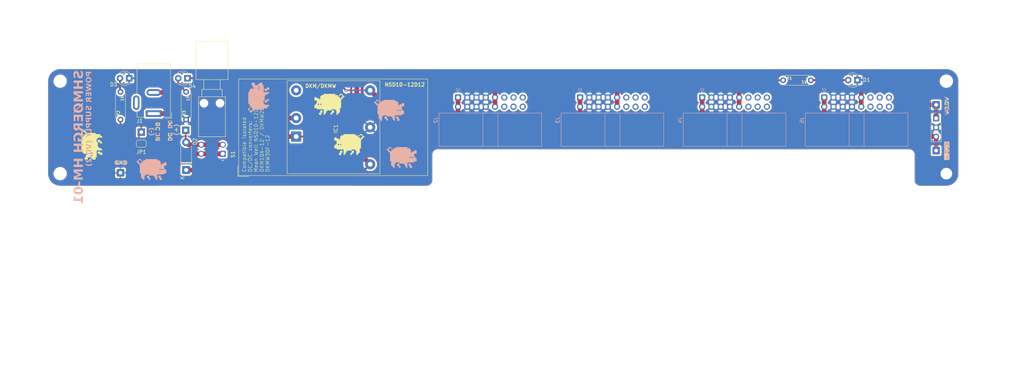
<source format=kicad_pcb>
(kicad_pcb (version 20241229) (generator "pcbnew") (generator_version "9.0")
  (layers (0 "F.Cu" signal) (2 "B.Cu" signal) (13 "F.Paste" user) (15 "B.Paste" user) (5 "F.SilkS" user "F.Silkscreen") (7 "B.SilkS" user "B.Silkscreen") (1 "F.Mask" user) (3 "B.Mask" user) (25 "Edge.Cuts" user))
  (net 0 "")
  (net 1 "DC_IN_-")
  (net 2 "Net-(D1-A)")
  (net 3 "GND")
  (net 4 "+12V")
  (net 5 "DC_IN_+")
  (net 7 "-12V")
  (net 9 "Net-(J1-Pad1)")
  (net 34 "Net-(D2-A)")
  (net 35 "Net-(D3-A)")
  (net 36 "Net-(D4-A)")
  (footprint "Shmoergh_Custom_Footprints:Converter_DCDC_MeanWell_NSD10_DKMW_THT" (layer "F.Cu") (at 95.123 98.5025 90)
    (property "Reference" "IC1" (at 2.1095 10.875 90) (layer "F.SilkS"))
    (property "Value" "ISOLATED_DC-DC_CONV")
    (fp_text user "DKM/DKMW" (at 13.2855 2.366 0) (layer "F.SilkS") (effects (font (thickness 0.2) (bold yes)) (justify left bottom)))
    (fp_text user "NSD10-12D12" (at 13.6665 24.21 0) (layer "F.SilkS") (effects (font (thickness 0.2) (bold yes)) (justify left bottom)))
    (pad "1" thru_hole rect (at 0 0 90) (size 2.8 2.8) (drill 1.3) (layers "*.Cu" "*.Mask") (net 5 "DC_IN_+"))
    (pad "2" thru_hole circle (at 5.08 0 90) (size 2.8 2.8) (drill 1.3) (layers "*.Cu" "*.Mask") (net 1 "DC_IN_-"))
    (pad "3" thru_hole circle (at -7.62 20.32 90) (size 2.8 2.8) (drill 1.3) (layers "*.Cu" "*.Mask") (net 4 "+12V"))
    (pad "4" thru_hole circle (at 2.54 20.32 90) (size 2.8 2.8) (drill 1.3) (layers "*.Cu" "*.Mask") (net 3 "GND"))
    (pad "5" thru_hole circle (at 12.7 20.32 90) (size 2.8 2.8) (drill 1.3) (layers "*.Cu" "*.Mask") (net 7 "-12V"))
    (pad "6" thru_hole circle (at 12.7 0 90) (size 2.8 2.8) (drill 1.3) (layers "*.Cu" "*.Mask"))
  )
  (footprint "Shmoergh_Custom_Footprints:R_Axial_DIN0207_L6.3mm_D2.5mm_P7.62mm_Horizontal" (layer "F.Cu") (at 46.863 93.853 90)
    (property "Reference" "R2" (at 0.85 -0.55 90) (layer "F.SilkS") (effects (font (size 0.8 0.8)) (justify left)))
    (property "Value" "1k" (at 6.6 0.5 90) (layer "F.SilkS") (effects (font (size 0.8 0.8)) (justify right)))
    (pad "1" thru_hole circle (at 0 0 90) (size 1.6 1.6) (drill 0.8) (layers "*.Cu" "*.Mask") (net 4 "+12V"))
    (pad "2" thru_hole oval (at 7.62 0 90) (size 1.6 1.6) (drill 0.8) (layers "*.Cu" "*.Mask") (net 35 "Net-(D3-A)"))
  )
  (footprint "Shmoergh_Custom_Footprints:R_Axial_DIN0207_L6.3mm_D2.5mm_P7.62mm_Horizontal" (layer "F.Cu") (at 228.854 83.058)
    (property "Reference" "R1" (at 0.85 -0.55 0) (layer "F.SilkS") (effects (font (size 0.8 0.8)) (justify left)))
    (property "Value" "1k" (at 6.6 0.5 0) (layer "F.SilkS") (effects (font (size 0.8 0.8)) (justify right)))
    (pad "1" thru_hole circle (at 0 0) (size 1.6 1.6) (drill 0.8) (layers "*.Cu" "*.Mask") (net 5 "DC_IN_+"))
    (pad "2" thru_hole oval (at 7.62 0) (size 1.6 1.6) (drill 0.8) (layers "*.Cu" "*.Mask") (net 2 "Net-(D1-A)"))
  )
  (footprint "Shmoergh_Logo:Gyeszno" (layer "F.Cu") (at 104.267 89.662)
    (property "Reference" "G***" (hide yes))
    (property "Value" "LOGO" (hide yes))
  )
  (footprint "Shmoergh_Logo:Gyeszno" (layer "F.Cu") (at 109.728 100.711)
    (property "Reference" "G***" (hide yes))
    (property "Value" "LOGO" (hide yes))
  )
  (footprint "Shmoergh_Logo:Gyeszno" (layer "F.Cu") (at 38.989 100.711 90)
    (property "Reference" "G***" (hide yes))
    (property "Value" "LOGO" (hide yes))
  )
  (footprint "MountingHole:MountingHole_3.2mm_M3_DIN965" (layer "F.Cu") (at 273.7 83.3)
    (property "Reference" "H2" (hide yes))
    (property "Value" "MountingHole")
    (pad "" np_thru_hole circle (at 0 0) (size 3.2 3.2) (drill 3.2) (layers "*.Cu" "*.Mask"))
  )
  (footprint "Connector_BarrelJack:BarrelJack_Wuerth_6941xx301002" (layer "F.Cu") (at 56 92.202 180)
    (property "Reference" "J1" (at 3.8516 -2.0076 0) (layer "F.SilkS"))
    (property "Value" "Barrel_Jack_Switch")
    (pad "1" thru_hole rect (at 0 0 180) (size 4.4 1.8) (drill oval 3.4 0.8) (layers "*.Cu" "*.Mask") (net 9 "Net-(J1-Pad1)"))
    (pad "2" thru_hole oval (at 0 5.8 180) (size 4 1.8) (drill oval 3 0.8) (layers "*.Cu" "*.Mask") (net 1 "DC_IN_-"))
    (pad "3" thru_hole oval (at 4.8 3 270) (size 4 1.8) (drill oval 3 0.8) (layers "*.Cu" "*.Mask"))
  )
  (footprint "LED_THT:LED_D3.0mm" (layer "F.Cu") (at 49.27 82.5 180)
    (property "Reference" "D3" (at 4.312 -1.701 0) (layer "F.SilkS"))
    (property "Value" "LED")
    (pad "1" thru_hole rect (at 0 0 180) (size 1.8 1.8) (drill 0.9) (layers "*.Cu" "*.Mask") (net 3 "GND"))
    (pad "2" thru_hole circle (at 2.54 0 180) (size 1.8 1.8) (drill 0.9) (layers "*.Cu" "*.Mask") (net 35 "Net-(D3-A)"))
  )
  (footprint "LED_THT:LED_D3.0mm" (layer "F.Cu") (at 249.27 83 180)
    (property "Reference" "D1" (at -2.509 0.058 0) (layer "F.SilkS"))
    (property "Value" "LED")
    (pad "1" thru_hole rect (at 0 0 180) (size 1.8 1.8) (drill 0.9) (layers "*.Cu" "*.Mask") (net 3 "GND"))
    (pad "2" thru_hole circle (at 2.54 0 180) (size 1.8 1.8) (drill 0.9) (layers "*.Cu" "*.Mask") (net 2 "Net-(D1-A)"))
  )
  (footprint "Diode_THT:D_DO-41_SOD81_P7.62mm_Horizontal" (layer "F.Cu") (at 64.897 107.696 90)
    (property "Reference" "D2" (at 7.8232 2.4384 90) (layer "F.SilkS"))
    (property "Value" "1N4001")
    (fp_text user "K" (at -2.1336 -1.016 90) (layer "F.SilkS"))
    (pad "1" thru_hole roundrect (at 0 0 90) (size 2.2 2.2) (drill 1.1) (layers "*.Cu" "*.Mask") (roundrect_rratio 0.113636) (net 5 "DC_IN_+"))
    (pad "2" thru_hole circle (at 7.62 0 90) (size 2.2 2.2) (drill 1.1) (layers "*.Cu" "*.Mask") (net 34 "Net-(D2-A)"))
  )
  (footprint "Shmoergh_Custom_Footprints:R_Axial_DIN0207_L6.3mm_D2.5mm_P7.62mm_Horizontal" (layer "F.Cu") (at 64.897 93.853 90)
    (property "Reference" "R3" (at 0.85 -0.55 90) (layer "F.SilkS") (effects (font (size 0.8 0.8)) (justify left)))
    (property "Value" "1k" (at 6.6 0.5 90) (layer "F.SilkS") (effects (font (size 0.8 0.8)) (justify right)))
    (pad "1" thru_hole circle (at 0 0 90) (size 1.6 1.6) (drill 0.8) (layers "*.Cu" "*.Mask") (net 3 "GND"))
    (pad "2" thru_hole oval (at 7.62 0 90) (size 1.6 1.6) (drill 0.8) (layers "*.Cu" "*.Mask") (net 36 "Net-(D4-A)"))
  )
  (footprint "TestPoint:TestPoint_THTPad_2.0x2.0mm_Drill1.0mm" (layer "F.Cu") (at 52.578 97.282)
    (property "Reference" "TP2" (hide yes))
    (property "Value" "TestPoint")
    (pad "1" thru_hole rect (at 0 0) (size 2 2) (drill 1) (layers "*.Cu" "*.Mask") (net 1 "DC_IN_-"))
  )
  (footprint "TestPoint:TestPoint_THTPad_2.0x2.0mm_Drill1.0mm" (layer "F.Cu") (at 270.891 89.789 180)
    (property "Reference" "TP4" (hide yes))
    (property "Value" "TestPoint")
    (pad "1" thru_hole rect (at 0 0 180) (size 2 2) (drill 1) (layers "*.Cu" "*.Mask") (net 4 "+12V"))
  )
  (footprint "MountingHole:MountingHole_3.2mm_M3_DIN965_Pad" (layer "F.Cu") (at 273.7 108.7)
    (property "Reference" "H4")
    (property "Value" "MountingHole_Pad")
    (pad "1" thru_hole circle (at 0 0) (size 5.6 5.6) (drill 3.2) (layers "*.Cu" "*.Mask") (net 3 "GND"))
  )
  (footprint "LED_THT:LED_D3.0mm" (layer "F.Cu") (at 65.27 82.5 180)
    (property "Reference" "D4" (at -1.278 -2.209 0) (layer "F.SilkS"))
    (property "Value" "LED")
    (pad "1" thru_hole rect (at 0 0 180) (size 1.8 1.8) (drill 0.9) (layers "*.Cu" "*.Mask") (net 7 "-12V"))
    (pad "2" thru_hole circle (at 2.54 0 180) (size 1.8 1.8) (drill 0.9) (layers "*.Cu" "*.Mask") (net 36 "Net-(D4-A)"))
  )
  (footprint "TestPoint:TestPoint_THTPad_2.0x2.0mm_Drill1.0mm" (layer "F.Cu") (at 270.891 102.362 180)
    (property "Reference" "TP5" (hide yes))
    (property "Value" "TestPoint")
    (pad "1" thru_hole rect (at 0 0 180) (size 2 2) (drill 1) (layers "*.Cu" "*.Mask") (net 7 "-12V"))
  )
  (footprint "Shmoergh_Custom_Footprints:SW_PB400EEQR1BLK" (layer "F.Cu") (at 72 102 90)
    (property "Reference" "S1" (at -1.3968 5.7694 90) (layer "F.SilkS"))
    (property "Value" "PB400EEQR1BLK")
    (pad "" np_thru_hole circle (at 12.65 -2.2 90) (size 1.9 1.9) (drill 1.9) (layers "*.Cu" "*.Mask"))
    (pad "" np_thru_hole circle (at 12.65 2.2 90) (size 1.9 1.9) (drill 1.9) (layers "*.Cu" "*.Mask"))
    (pad "1" thru_hole rect (at -1.25 2.95 90) (size 1.65 1.65) (drill 1.1) (layers "*.Cu" "*.Mask") (net 9 "Net-(J1-Pad1)"))
    (pad "2" thru_hole circle (at 1.25 2.95 90) (size 1.65 1.65) (drill 1.1) (layers "*.Cu" "*.Mask") (net 34 "Net-(D2-A)"))
    (pad "3" thru_hole circle (at -1.25 -2.95 90) (size 1.65 1.65) (drill 1.1) (layers "*.Cu" "*.Mask") (net 9 "Net-(J1-Pad1)"))
    (pad "4" thru_hole circle (at 1.25 -2.95 90) (size 1.65 1.65) (drill 1.1) (layers "*.Cu" "*.Mask") (net 34 "Net-(D2-A)"))
  )
  (footprint "MountingHole:MountingHole_3.2mm_M3_DIN965" (layer "F.Cu") (at 30.3 108.7)
    (property "Reference" "H3" (hide yes))
    (property "Value" "MountingHole")
    (pad "" np_thru_hole circle (at 0 0) (size 3.2 3.2) (drill 3.2) (layers "*.Cu" "*.Mask"))
  )
  (footprint "Connector_PinHeader_2.54mm:PinHeader_1x03_P2.54mm_Vertical" (layer "F.Cu") (at 270.891 93.472)
    (property "Reference" "J13" (hide yes))
    (property "Value" "Conn_01x03")
    (pad "1" thru_hole rect (at 0 0) (size 1.7 1.7) (drill 1) (layers "*.Cu" "*.Mask") (net 4 "+12V"))
    (pad "2" thru_hole circle (at 0 2.54) (size 1.7 1.7) (drill 1) (layers "*.Cu" "*.Mask") (net 3 "GND"))
    (pad "3" thru_hole circle (at 0 5.08) (size 1.7 1.7) (drill 1) (layers "*.Cu" "*.Mask") (net 7 "-12V"))
  )
  (footprint "Jumper:SolderJumper-2_P1.3mm_Bridged2Bar_RoundedPad1.0x1.5mm" (layer "F.Cu") (at 52.578 100.457)
    (property "Reference" "JP1" (at 0 2.286 0) (layer "F.SilkS"))
    (property "Value" "Jumper_2_Open")
    (fp_poly (pts (xy -0.25 -0.6) (xy 0.25 -0.6) (xy 0.25 -0.2) (xy -0.25 -0.2)) (fill yes) (layer "F.Cu"))
    (fp_poly (pts (xy -0.25 0.2) (xy 0.25 0.2) (xy 0.25 0.6) (xy -0.25 0.6)) (fill yes) (layer "F.Cu"))
    (pad "1" smd custom (at -0.65 0) (size 1 0.5) (layers "F.Cu" "F.Mask") (net 1 "DC_IN_-") (options (clearance outline) (anchor rect)) (primitives (gr_circle (center 0 0.25) (end 0.5 0.25) (width 0) (fill yes)) (gr_circle (center 0 -0.25) (end 0.5 -0.25) (width 0) (fill yes)) (gr_poly (pts (xy 0.5 0.75) (xy 0 0.75) (xy 0 -0.75) (xy 0.5 -0.75)) (width 0) (fill yes))))
    (pad "2" smd custom (at 0.65 0) (size 1 0.5) (layers "F.Cu" "F.Mask") (net 3 "GND") (options (clearance outline) (anchor rect)) (primitives (gr_circle (center 0 0.25) (end 0.5 0.25) (width 0) (fill yes)) (gr_circle (center 0 -0.25) (end 0.5 -0.25) (width 0) (fill yes)) (gr_poly (pts (xy 0 0.75) (xy -0.5 0.75) (xy -0.5 -0.75) (xy 0 -0.75)) (width 0) (fill yes))))
  )
  (footprint "MountingHole:MountingHole_3.2mm_M3_DIN965" (layer "F.Cu") (at 30.3 83.3)
    (property "Reference" "H1" (hide yes))
    (property "Value" "MountingHole")
    (pad "" np_thru_hole circle (at 0 0) (size 3.2 3.2) (drill 3.2) (layers "*.Cu" "*.Mask"))
  )
  (footprint "TestPoint:TestPoint_THTPad_2.0x2.0mm_Drill1.0mm" (layer "F.Cu") (at 64.77 96.774)
    (property "Reference" "TP1" (hide yes))
    (property "Value" "TestPoint")
    (pad "1" thru_hole rect (at 0 0) (size 2 2) (drill 1) (layers "*.Cu" "*.Mask") (net 34 "Net-(D2-A)"))
  )
  (footprint "TestPoint:TestPoint_THTPad_2.0x2.0mm_Drill1.0mm" (layer "F.Cu") (at 46.863 108.458)
    (property "Reference" "TP3" (hide yes))
    (property "Value" "TestPoint")
    (pad "1" thru_hole rect (at 0 0) (size 2 2) (drill 1) (layers "*.Cu" "*.Mask") (net 3 "GND"))
  )
  (footprint "Shmoergh_Logo:Gyeszno" (layer "B.Cu") (at 120.65 91.313 180)
    (property "Reference" "G***" (hide yes))
    (property "Value" "LOGO" (hide yes))
  )
  (footprint "Shmoergh_Logo:Gyeszno" (layer "B.Cu") (at 124.079 104.267 180)
    (property "Reference" "G***" (hide yes))
    (property "Value" "LOGO" (hide yes))
  )
  (footprint "Connector_IDC:IDC-Header_2x08_P2.54mm_Horizontal" (layer "B.Cu") (at 206.629 87.7745 -90)
    (property "Reference" "J4" (at 6.215 6.1 90) (layer "B.SilkS") (effects (justify mirror)))
    (property "Value" "Conn_02x08_Odd_Even")
    (pad "1" thru_hole roundrect (at 0 0 270) (size 1.7 1.7) (drill 1) (layers "*.Cu" "*.Mask") (roundrect_rratio 0.147059) (net 7 "-12V"))
    (pad "2" thru_hole circle (at 2.54 0 270) (size 1.7 1.7) (drill 1) (layers "*.Cu" "*.Mask") (net 7 "-12V"))
    (pad "3" thru_hole circle (at 0 -2.54 270) (size 1.7 1.7) (drill 1) (layers "*.Cu" "*.Mask") (net 3 "GND"))
    (pad "4" thru_hole circle (at 2.54 -2.54 270) (size 1.7 1.7) (drill 1) (layers "*.Cu" "*.Mask") (net 3 "GND"))
    (pad "5" thru_hole circle (at 0 -5.08 270) (size 1.7 1.7) (drill 1) (layers "*.Cu" "*.Mask") (net 3 "GND"))
    (pad "6" thru_hole circle (at 2.54 -5.08 270) (size 1.7 1.7) (drill 1) (layers "*.Cu" "*.Mask") (net 3 "GND"))
    (pad "7" thru_hole circle (at 0 -7.62 270) (size 1.7 1.7) (drill 1) (layers "*.Cu" "*.Mask") (net 3 "GND"))
    (pad "8" thru_hole circle (at 2.54 -7.62 270) (size 1.7 1.7) (drill 1) (layers "*.Cu" "*.Mask") (net 3 "GND"))
    (pad "9" thru_hole circle (at 0 -10.16 270) (size 1.7 1.7) (drill 1) (layers "*.Cu" "*.Mask") (net 4 "+12V"))
    (pad "10" thru_hole circle (at 2.54 -10.16 270) (size 1.7 1.7) (drill 1) (layers "*.Cu" "*.Mask") (net 4 "+12V"))
    (pad "11" thru_hole circle (at 0 -12.7 270) (size 1.7 1.7) (drill 1) (layers "*.Cu" "*.Mask"))
    (pad "12" thru_hole circle (at 2.54 -12.7 270) (size 1.7 1.7) (drill 1) (layers "*.Cu" "*.Mask"))
    (pad "13" thru_hole circle (at 0 -15.24 270) (size 1.7 1.7) (drill 1) (layers "*.Cu" "*.Mask"))
    (pad "14" thru_hole circle (at 2.54 -15.24 270) (size 1.7 1.7) (drill 1) (layers "*.Cu" "*.Mask"))
    (pad "15" thru_hole circle (at 0 -17.78 270) (size 1.7 1.7) (drill 1) (layers "*.Cu" "*.Mask"))
    (pad "16" thru_hole circle (at 2.54 -17.78 270) (size 1.7 1.7) (drill 1) (layers "*.Cu" "*.Mask"))
  )
  (footprint "Shmoergh_Logo:Gyeszno" (layer "B.Cu") (at 55.372 107.569 180)
    (property "Reference" "G***" (hide yes))
    (property "Value" "LOGO" (hide yes))
  )
  (footprint "Connector_IDC:IDC-Header_2x08_P2.54mm_Horizontal" (layer "B.Cu") (at 139.573 87.7745 -90)
    (property "Reference" "J2" (at 6.215 6.1 90) (layer "B.SilkS") (effects (justify mirror)))
    (property "Value" "Conn_02x08_Odd_Even")
    (pad "1" thru_hole roundrect (at 0 0 270) (size 1.7 1.7) (drill 1) (layers "*.Cu" "*.Mask") (roundrect_rratio 0.147059) (net 7 "-12V"))
    (pad "2" thru_hole circle (at 2.54 0 270) (size 1.7 1.7) (drill 1) (layers "*.Cu" "*.Mask") (net 7 "-12V"))
    (pad "3" thru_hole circle (at 0 -2.54 270) (size 1.7 1.7) (drill 1) (layers "*.Cu" "*.Mask") (net 3 "GND"))
    (pad "4" thru_hole circle (at 2.54 -2.54 270) (size 1.7 1.7) (drill 1) (layers "*.Cu" "*.Mask") (net 3 "GND"))
    (pad "5" thru_hole circle (at 0 -5.08 270) (size 1.7 1.7) (drill 1) (layers "*.Cu" "*.Mask") (net 3 "GND"))
    (pad "6" thru_hole circle (at 2.54 -5.08 270) (size 1.7 1.7) (drill 1) (layers "*.Cu" "*.Mask") (net 3 "GND"))
    (pad "7" thru_hole circle (at 0 -7.62 270) (size 1.7 1.7) (drill 1) (layers "*.Cu" "*.Mask") (net 3 "GND"))
    (pad "8" thru_hole circle (at 2.54 -7.62 270) (size 1.7 1.7) (drill 1) (layers "*.Cu" "*.Mask") (net 3 "GND"))
    (pad "9" thru_hole circle (at 0 -10.16 270) (size 1.7 1.7) (drill 1) (layers "*.Cu" "*.Mask") (net 4 "+12V"))
    (pad "10" thru_hole circle (at 2.54 -10.16 270) (size 1.7 1.7) (drill 1) (layers "*.Cu" "*.Mask") (net 4 "+12V"))
    (pad "11" thru_hole circle (at 0 -12.7 270) (size 1.7 1.7) (drill 1) (layers "*.Cu" "*.Mask"))
    (pad "12" thru_hole circle (at 2.54 -12.7 270) (size 1.7 1.7) (drill 1) (layers "*.Cu" "*.Mask"))
    (pad "13" thru_hole circle (at 0 -15.24 270) (size 1.7 1.7) (drill 1) (layers "*.Cu" "*.Mask"))
    (pad "14" thru_hole circle (at 2.54 -15.24 270) (size 1.7 1.7) (drill 1) (layers "*.Cu" "*.Mask"))
    (pad "15" thru_hole circle (at 0 -17.78 270) (size 1.7 1.7) (drill 1) (layers "*.Cu" "*.Mask"))
    (pad "16" thru_hole circle (at 2.54 -17.78 270) (size 1.7 1.7) (drill 1) (layers "*.Cu" "*.Mask"))
  )
  (footprint "Connector_IDC:IDC-Header_2x08_P2.54mm_Horizontal" (layer "B.Cu") (at 240.157 87.7745 -90)
    (property "Reference" "J5" (at 6.215 6.1 90) (layer "B.SilkS") (effects (justify mirror)))
    (property "Value" "Conn_02x08_Odd_Even")
    (pad "1" thru_hole roundrect (at 0 0 270) (size 1.7 1.7) (drill 1) (layers "*.Cu" "*.Mask") (roundrect_rratio 0.147059) (net 7 "-12V"))
    (pad "2" thru_hole circle (at 2.54 0 270) (size 1.7 1.7) (drill 1) (layers "*.Cu" "*.Mask") (net 7 "-12V"))
    (pad "3" thru_hole circle (at 0 -2.54 270) (size 1.7 1.7) (drill 1) (layers "*.Cu" "*.Mask") (net 3 "GND"))
    (pad "4" thru_hole circle (at 2.54 -2.54 270) (size 1.7 1.7) (drill 1) (layers "*.Cu" "*.Mask") (net 3 "GND"))
    (pad "5" thru_hole circle (at 0 -5.08 270) (size 1.7 1.7) (drill 1) (layers "*.Cu" "*.Mask") (net 3 "GND"))
    (pad "6" thru_hole circle (at 2.54 -5.08 270) (size 1.7 1.7) (drill 1) (layers "*.Cu" "*.Mask") (net 3 "GND"))
    (pad "7" thru_hole circle (at 0 -7.62 270) (size 1.7 1.7) (drill 1) (layers "*.Cu" "*.Mask") (net 3 "GND"))
    (pad "8" thru_hole circle (at 2.54 -7.62 270) (size 1.7 1.7) (drill 1) (layers "*.Cu" "*.Mask") (net 3 "GND"))
    (pad "9" thru_hole circle (at 0 -10.16 270) (size 1.7 1.7) (drill 1) (layers "*.Cu" "*.Mask") (net 4 "+12V"))
    (pad "10" thru_hole circle (at 2.54 -10.16 270) (size 1.7 1.7) (drill 1) (layers "*.Cu" "*.Mask") (net 4 "+12V"))
    (pad "11" thru_hole circle (at 0 -12.7 270) (size 1.7 1.7) (drill 1) (layers "*.Cu" "*.Mask"))
    (pad "12" thru_hole circle (at 2.54 -12.7 270) (size 1.7 1.7) (drill 1) (layers "*.Cu" "*.Mask"))
    (pad "13" thru_hole circle (at 0 -15.24 270) (size 1.7 1.7) (drill 1) (layers "*.Cu" "*.Mask"))
    (pad "14" thru_hole circle (at 2.54 -15.24 270) (size 1.7 1.7) (drill 1) (layers "*.Cu" "*.Mask"))
    (pad "15" thru_hole circle (at 0 -17.78 270) (size 1.7 1.7) (drill 1) (layers "*.Cu" "*.Mask"))
    (pad "16" thru_hole circle (at 2.54 -17.78 270) (size 1.7 1.7) (drill 1) (layers "*.Cu" "*.Mask"))
  )
  (footprint "Connector_IDC:IDC-Header_2x08_P2.54mm_Horizontal" (layer "B.Cu") (at 173.101 87.7745 -90)
    (property "Reference" "J3" (at 6.215 6.1 90) (layer "B.SilkS") (effects (justify mirror)))
    (property "Value" "Conn_02x08_Odd_Even")
    (pad "1" thru_hole roundrect (at 0 0 270) (size 1.7 1.7) (drill 1) (layers "*.Cu" "*.Mask") (roundrect_rratio 0.147059) (net 7 "-12V"))
    (pad "2" thru_hole circle (at 2.54 0 270) (size 1.7 1.7) (drill 1) (layers "*.Cu" "*.Mask") (net 7 "-12V"))
    (pad "3" thru_hole circle (at 0 -2.54 270) (size 1.7 1.7) (drill 1) (layers "*.Cu" "*.Mask") (net 3 "GND"))
    (pad "4" thru_hole circle (at 2.54 -2.54 270) (size 1.7 1.7) (drill 1) (layers "*.Cu" "*.Mask") (net 3 "GND"))
    (pad "5" thru_hole circle (at 0 -5.08 270) (size 1.7 1.7) (drill 1) (layers "*.Cu" "*.Mask") (net 3 "GND"))
    (pad "6" thru_hole circle (at 2.54 -5.08 270) (size 1.7 1.7) (drill 1) (layers "*.Cu" "*.Mask") (net 3 "GND"))
    (pad "7" thru_hole circle (at 0 -7.62 270) (size 1.7 1.7) (drill 1) (layers "*.Cu" "*.Mask") (net 3 "GND"))
    (pad "8" thru_hole circle (at 2.54 -7.62 270) (size 1.7 1.7) (drill 1) (layers "*.Cu" "*.Mask") (net 3 "GND"))
    (pad "9" thru_hole circle (at 0 -10.16 270) (size 1.7 1.7) (drill 1) (layers "*.Cu" "*.Mask") (net 4 "+12V"))
    (pad "10" thru_hole circle (at 2.54 -10.16 270) (size 1.7 1.7) (drill 1) (layers "*.Cu" "*.Mask") (net 4 "+12V"))
    (pad "11" thru_hole circle (at 0 -12.7 270) (size 1.7 1.7) (drill 1) (layers "*.Cu" "*.Mask"))
    (pad "12" thru_hole circle (at 2.54 -12.7 270) (size 1.7 1.7) (drill 1) (layers "*.Cu" "*.Mask"))
    (pad "13" thru_hole circle (at 0 -15.24 270) (size 1.7 1.7) (drill 1) (layers "*.Cu" "*.Mask"))
    (pad "14" thru_hole circle (at 2.54 -15.24 270) (size 1.7 1.7) (drill 1) (layers "*.Cu" "*.Mask"))
    (pad "15" thru_hole circle (at 0 -17.78 270) (size 1.7 1.7) (drill 1) (layers "*.Cu" "*.Mask"))
    (pad "16" thru_hole circle (at 2.54 -17.78 270) (size 1.7 1.7) (drill 1) (layers "*.Cu" "*.Mask"))
  )
  (footprint "Shmoergh_Logo:Gyeszno" (layer "B.Cu") (at 84.836 87.884 -90)
    (property "Reference" "G***" (hide yes))
    (property "Value" "LOGO" (hide yes))
  )
  (gr_line (start 132.5 103.5) (end 132.5 110.5) (stroke (width 0.05)) (layer "Edge.Cuts"))
  (gr_arc (start 27 83.3) (mid 27.966548 80.966548) (end 30.3 80) (stroke (width 0.05)) (layer "Edge.Cuts"))
  (gr_line (start 131 112) (end 30.3 112) (stroke (width 0.05)) (layer "Edge.Cuts"))
  (gr_arc (start 263.5 102) (mid 264.56066 102.43934) (end 265 103.5) (stroke (width 0.05)) (layer "Edge.Cuts"))
  (gr_line (start 265 103.5) (end 265 110.5) (stroke (width 0.05)) (layer "Edge.Cuts"))
  (gr_line (start 277 83.3) (end 277 108.7) (stroke (width 0.05)) (layer "Edge.Cuts"))
  (gr_line (start 273.7 80) (end 30.3 80) (stroke (width 0.05)) (layer "Edge.Cuts"))
  (gr_arc (start 132.5 110.5) (mid 132.06066 111.56066) (end 131 112) (stroke (width 0.05)) (layer "Edge.Cuts"))
  (gr_arc (start 266.5 112) (mid 265.43934 111.56066) (end 265 110.5) (stroke (width 0.05)) (layer "Edge.Cuts"))
  (gr_arc (start 30.3 112) (mid 27.966548 111.033452) (end 27 108.7) (stroke (width 0.05)) (layer "Edge.Cuts"))
  (gr_arc (start 132.5 103.5) (mid 132.93934 102.43934) (end 134 102) (stroke (width 0.05)) (layer "Edge.Cuts"))
  (gr_arc (start 277 108.7) (mid 276.033452 111.033452) (end 273.7 112) (stroke (width 0.05)) (layer "Edge.Cuts"))
  (gr_line (start 27 108.7) (end 27 83.3) (stroke (width 0.05)) (layer "Edge.Cuts"))
  (gr_arc (start 273.7 80) (mid 276.033452 80.966548) (end 277 83.3) (stroke (width 0.05)) (layer "Edge.Cuts"))
  (gr_line (start 134 102) (end 263.5 102) (stroke (width 0.05)) (layer "Edge.Cuts"))
  (gr_line (start 266.5 112) (end 273.7 112) (stroke (width 0.05)) (layer "Edge.Cuts"))
  (gr_text "DC IN \n(+)" (at 62.738 96.647 90) (layer "F.SilkS") (effects (font (size 1 1.25) (thickness 0.2) (bold yes)) (justify bottom)))
  (gr_text "DC IN\n(–)" (at 54.864 97.155 270) (layer "F.SilkS") (effects (font (size 1 1.25) (thickness 0.2) (bold yes)) (justify bottom)))
  (gr_text "-12V" (at 274.447 105.156 90) (layer "F.SilkS" knockout) (effects (font (size 1 1.25) (thickness 0.2) (bold yes)) (justify left bottom)))
  (gr_text "+12V" (at 274.447 92.71 90) (layer "F.SilkS") (effects (font (size 1 1.25) (thickness 0.2) (bold yes)) (justify left bottom)))
  (gr_text "Compatible isolated\nDC/DC converters:\nMean Well NSD10-12D12 / \nDKM10A-12 / DKMW20F-12 / \nDKMW30F-12\n" (at 87.884 108.331 90) (layer "F.SilkS") (effects (font (size 1 1) (thickness 0.1)) (justify left bottom)))
  (gr_text "GND" (at 45.339 106.299 0) (layer "F.SilkS") (effects (font (size 1 1) (thickness 0.2) (bold yes)) (justify left bottom)))
  (gr_text "GND" (at 46.99 106.299 0) (layer "B.SilkS") (effects (font (size 1 1.25) (thickness 0.2) (bold yes)) (justify bottom mirror)))
  (gr_text "DC IN\n(–)" (at 54.864 97.155 270) (layer "B.SilkS") (effects (font (size 1 1.25) (thickness 0.2) (bold yes)) (justify bottom mirror)))
  (gr_text "-12V" (at 274.447 99.695 90) (layer "B.SilkS" knockout) (effects (font (size 1 1.25) (thickness 0.2) (bold yes)) (justify left bottom mirror)))
  (gr_text "POWER SUPPLY (V0.2)" (at 39.116 80.518 90) (layer "B.SilkS") (effects (font (size 1.5 1.5) (thickness 0.2) (bold yes)) (justify left bottom mirror)))
  (gr_text "SHMØERGH HM-01" (at 36.957 80.264 90) (layer "B.SilkS") (effects (font (size 2.5 2.5) (thickness 0.2) (bold yes)) (justify left bottom mirror)))
  (gr_text "+12V" (at 274.447 87.503 90) (layer "B.SilkS") (effects (font (size 1 1.25) (thickness 0.2) (bold yes)) (justify left bottom mirror)))
  (gr_text "DC IN\n(+)" (at 62.738 96.647 90) (layer "B.SilkS") (effects (font (size 1 1.25) (thickness 0.2) (bold yes)) (justify bottom mirror)))
  (segment (start 59.182 88.9) (end 59.182 86.402) (width 0.508) (layer "F.Cu") (net 1))
  (segment (start 52.578 91.694) (end 54.483 89.789) (width 0.508) (layer "F.Cu") (net 1))
  (segment (start 58.293 89.789) (end 59.182 88.9) (width 0.508) (layer "F.Cu") (net 1))
  (segment (start 52.578 97.282) (end 52.578 91.694) (width 0.508) (layer "F.Cu") (net 1))
  (segment (start 54.483 89.789) (end 58.293 89.789) (width 0.508) (layer "F.Cu") (net 1))
  (segment (start 51.928 100.457) (end 51.928 97.932) (width 0.508) (layer "F.Cu") (net 1))
  (segment (start 68.4035 93.4225) (end 95.123 93.4225) (width 1.27) (layer "F.Cu") (net 1))
  (segment (start 56 86.402) (end 61.383 86.402) (width 1.27) (layer "F.Cu") (net 1))
  (segment (start 51.928 97.932) (end 52.578 97.282) (width 0.508) (layer "F.Cu") (net 1))
  (segment (start 61.383 86.402) (end 68.4035 93.4225) (width 1.27) (layer "F.Cu") (net 1))
  (segment (start 246.73 83) (end 236.532 83) (width 0.508) (layer "F.Cu") (net 2))
  (segment (start 236.532 83) (end 236.474 83.058) (width 0.508) (layer "F.Cu") (net 2))
  (segment (start 183.261 87.7745) (end 183.261 90.3145) (width 1.27) (layer "F.Cu") (net 4))
  (segment (start 183.261 85.598) (end 149.733 85.598) (width 1.27) (layer "F.Cu") (net 4))
  (segment (start 270.891 89.789) (end 271.018 89.916) (width 1.27) (layer "F.Cu") (net 4))
  (segment (start 270.879 89.777) (end 268.212 89.777) (width 1.27) (layer "F.Cu") (net 4))
  (segment (start 110.4405 111.125) (end 115.443 106.1225) (width 0.508) (layer "F.Cu") (net 4))
  (segment (start 216.789 85.598) (end 183.261 85.598) (width 1.27) (layer "F.Cu") (net 4))
  (segment (start 250.317 87.7745) (end 250.317 85.598) (width 1.27) (layer "F.Cu") (net 4))
  (segment (start 149.733 85.598) (end 120.523 85.598) (width 1.27) (layer "F.Cu") (net 4))
  (segment (start 111.76 84.455) (end 111.76 102.4395) (width 1.27) (layer "F.Cu") (net 4))
  (segment (start 111.76 102.4395) (end 115.443 106.1225) (width 1.27) (layer "F.Cu") (net 4))
  (segment (start 264.033 85.598) (end 250.317 85.598) (width 1.27) (layer "F.Cu") (net 4))
  (segment (start 46.863 93.853) (end 46.863 100.33) (width 0.508) (layer "F.Cu") (net 4))
  (segment (start 46.863 100.33) (end 57.658 111.125) (width 0.508) (layer "F.Cu") (net 4))
  (segment (start 216.789 87.7745) (end 216.789 85.598) (width 1.27) (layer "F.Cu") (net 4))
  (segment (start 117.602 82.677) (end 113.538 82.677) (width 1.27) (layer "F.Cu") (net 4))
  (segment (start 57.658 111.125) (end 110.4405 111.125) (width 0.508) (layer "F.Cu") (net 4))
  (segment (start 120.523 85.598) (end 117.602 82.677) (width 1.27) (layer "F.Cu") (net 4))
  (segment (start 250.317 90.3145) (end 250.317 87.7745) (width 1.27) (layer "F.Cu") (net 4))
  (segment (start 270.891 89.789) (end 270.891 93.472) (width 1.27) (layer "F.Cu") (net 4))
  (segment (start 250.317 85.598) (end 216.789 85.598) (width 1.27) (layer "F.Cu") (net 4))
  (segment (start 216.789 90.3145) (end 216.789 87.7745) (width 1.27) (layer "F.Cu") (net 4))
  (segment (start 183.261 87.7745) (end 183.261 85.598) (width 1.27) (layer "F.Cu") (net 4))
  (segment (start 113.538 82.677) (end 111.76 84.455) (width 1.27) (layer "F.Cu") (net 4))
  (segment (start 149.733 87.7745) (end 149.733 85.598) (width 1.27) (layer "F.Cu") (net 4))
  (segment (start 149.733 90.3145) (end 149.733 87.7745) (width 1.27) (layer "F.Cu") (net 4))
  (segment (start 270.891 89.789) (end 270.879 89.777) (width 1.27) (layer "F.Cu") (net 4))
  (segment (start 268.212 89.777) (end 264.033 85.598) (width 1.27) (layer "F.Cu") (net 4))
  (segment (start 64.897 107.696) (end 74.93 107.696) (width 1.27) (layer "F.Cu") (net 5))
  (segment (start 84.1235 98.5025) (end 95.123 98.5025) (width 1.27) (layer "F.Cu") (net 5))
  (segment (start 120.142 83.058) (end 118.364 81.28) (width 0.508) (layer "F.Cu") (net 5))
  (segment (start 104.1895 98.5025) (end 95.123 98.5025) (width 0.508) (layer "F.Cu") (net 5))
  (segment (start 112.395 81.28) (end 110.236 83.439) (width 0.508) (layer "F.Cu") (net 5))
  (segment (start 110.236 83.439) (end 110.236 92.456) (width 0.508) (layer "F.Cu") (net 5))
  (segment (start 74.93 107.696) (end 84.1235 98.5025) (width 1.27) (layer "F.Cu") (net 5))
  (segment (start 110.236 92.456) (end 104.1895 98.5025) (width 0.508) (layer "F.Cu") (net 5))
  (segment (start 228.854 83.058) (end 120.142 83.058) (width 0.508) (layer "F.Cu") (net 5))
  (segment (start 118.364 81.28) (end 112.395 81.28) (width 0.508) (layer "F.Cu") (net 5))
  (segment (start 206.629 87.7745) (end 206.629 90.3145) (width 1.27) (layer "F.Cu") (net 7))
  (segment (start 139.573 87.7745) (end 139.573 90.3145) (width 1.27) (layer "F.Cu") (net 7))
  (segment (start 139.573 94.234) (end 173.101 94.234) (width 1.27) (layer "F.Cu") (net 7))
  (segment (start 139.573 94.234) (end 123.8745 94.234) (width 1.27) (layer "F.Cu") (net 7))
  (segment (start 65.27 82.5) (end 105.487 82.5) (width 0.508) (layer "F.Cu") (net 7))
  (segment (start 271.018 102.235) (end 270.891 102.362) (width 1.27) (layer "F.Cu") (net 7))
  (segment (start 270.891 102.362) (end 270.891 98.552) (width 1.27) (layer "F.Cu") (net 7))
  (segment (start 206.629 94.234) (end 240.157 94.234) (width 1.27) (layer "F.Cu") (net 7))
  (segment (start 173.101 94.234) (end 206.629 94.234) (width 1.27) (layer "F.Cu") (net 7))
  (segment (start 139.573 90.3145) (end 139.573 94.234) (width 1.27) (layer "F.Cu") (net 7))
  (segment (start 123.8745 94.234) (end 115.443 85.8025) (width 1.27) (layer "F.Cu") (net 7))
  (segment (start 105.487 82.5) (end 108.839 85.852) (width 0.508) (layer "F.Cu") (net 7))
  (segment (start 173.101 90.3145) (end 173.101 94.234) (width 1.27) (layer "F.Cu") (net 7))
  (segment (start 240.157 94.234) (end 265.684 94.234) (width 1.27) (layer "F.Cu") (net 7))
  (segment (start 115.887 85.598) (end 115.6075 85.8775) (width 1.27) (layer "F.Cu") (net 7))
  (segment (start 173.101 87.7745) (end 173.101 90.3145) (width 1.27) (layer "F.Cu") (net 7))
  (segment (start 270.002 98.552) (end 271.018 98.552) (width 1.27) (layer "F.Cu") (net 7))
  (segment (start 265.684 94.234) (end 270.002 98.552) (width 1.27) (layer "F.Cu") (net 7))
  (segment (start 206.629 90.3145) (end 206.629 94.234) (width 1.27) (layer "F.Cu") (net 7))
  (segment (start 240.157 90.3145) (end 240.157 94.234) (width 1.27) (layer "F.Cu") (net 7))
  (segment (start 240.157 87.7745) (end 240.157 90.3145) (width 1.27) (layer "F.Cu") (net 7))
  (via (at 108.839 85.852) (size 0.8) (drill 0.4) (layers "F.Cu" "B.Cu") (net 7))
  (segment (start 108.8885 85.8025) (end 115.443 85.8025) (width 0.508) (layer "B.Cu") (net 7))
  (segment (start 108.839 85.852) (end 108.8885 85.8025) (width 0.508) (layer "B.Cu") (net 7))
  (segment (start 59.055 92.202) (end 61.722 94.869) (width 1.27) (layer "F.Cu") (net 9))
  (segment (start 63.373 103.251) (end 69.049 103.251) (width 1.27) (layer "F.Cu") (net 9))
  (segment (start 61.722 101.6) (end 63.373 103.251) (width 1.27) (layer "F.Cu") (net 9))
  (segment (start 69.05 103.25) (end 74.95 103.25) (width 1.27) (layer "F.Cu") (net 9))
  (segment (start 69.049 103.251) (end 69.05 103.25) (width 1.27) (layer "F.Cu") (net 9))
  (segment (start 56 92.202) (end 59.055 92.202) (width 1.27) (layer "F.Cu") (net 9))
  (segment (start 61.722 94.869) (end 61.722 101.6) (width 1.27) (layer "F.Cu") (net 9))
  (segment (start 69.05 100.75) (end 65.571 100.75) (width 1.27) (layer "F.Cu") (net 34))
  (segment (start 64.77 99.949) (end 64.897 100.076) (width 0.508) (layer "F.Cu") (net 34))
  (segment (start 65.571 100.75) (end 64.897 100.076) (width 1.27) (layer "F.Cu") (net 34))
  (segment (start 69.05 100.75) (end 74.95 100.75) (width 1.27) (layer "F.Cu") (net 34))
  (segment (start 64.77 96.774) (end 64.77 99.949) (width 0.508) (layer "F.Cu") (net 34))
  (segment (start 46.73 82.5) (end 46.73 86.1) (width 0.508) (layer "F.Cu") (net 35))
  (segment (start 46.73 86.1) (end 46.863 86.233) (width 0.508) (layer "F.Cu") (net 35))
  (segment (start 62.73 82.5) (end 62.73 84.066) (width 0.508) (layer "F.Cu") (net 36))
  (segment (start 62.73 84.066) (end 64.897 86.233) (width 0.508) (layer "F.Cu") (net 36))
  (zone (net 3) (net_name "GND") (layer "F.Cu") (connect_pads (clearance 0.5)) (min_thickness 0.25) (fill yes (thermal_gap 0.5) (thermal_bridge_width 0.5))
    (polygon (pts (xy 27 80) (xy 277 80) (xy 277 112) (xy 27 112)))
  )
  (zone (net 3) (net_name "GND") (layer "B.Cu") (priority 1) (connect_pads (clearance 0.5)) (min_thickness 0.25) (fill yes (thermal_gap 0.5) (thermal_bridge_width 0.5))
    (polygon (pts (xy 27 80) (xy 277 80) (xy 277 112) (xy 27 112)))
  )
)
</source>
